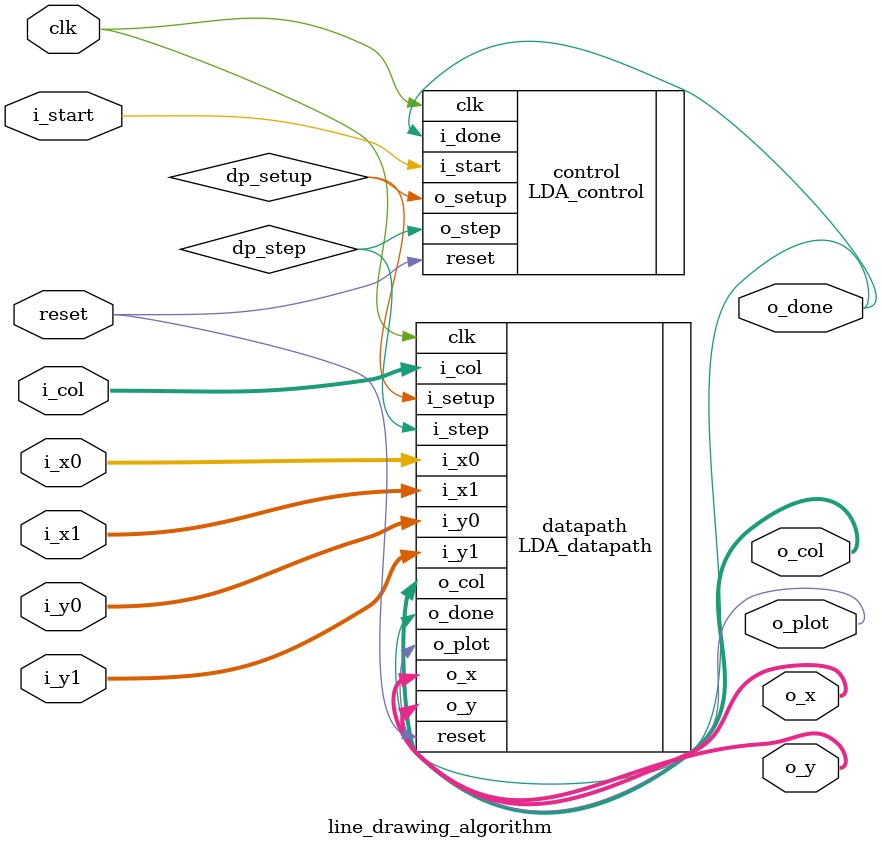
<source format=sv>
module line_drawing_algorithm (
	input clk,
	input reset,

	input i_start,
	input [8:0] i_x0,
	input [7:0] i_y0,
	input [8:0] i_x1,
	input [7:0] i_y1,
	input [2:0] i_col,
	
	// VGA
	output logic o_plot,
	output logic [8:0] o_x,
	output logic [7:0] o_y,
	output logic [2:0] o_col,
	
	output o_done
);

// Logic between control and datapath
logic dp_setup, dp_step;

// Control module
LDA_control control (
	.clk(clk),
	.reset(reset),
	.i_start(i_start),
	.i_done(o_done),
	.o_setup(dp_setup),
	.o_step(dp_step)
);

// Datapath module
LDA_datapath datapath (
	.clk(clk),
	.reset(reset),
	.i_x0(i_x0),
	.i_y0(i_y0),
	.i_x1(i_x1),
	.i_y1(i_y1),
	.i_col(i_col),
	.i_setup(dp_setup),
	.i_step(dp_step),
	.o_plot(o_plot),
	.o_x(o_x),
	.o_y(o_y),
	.o_col(o_col),
	.o_done(o_done)
);


endmodule

</source>
